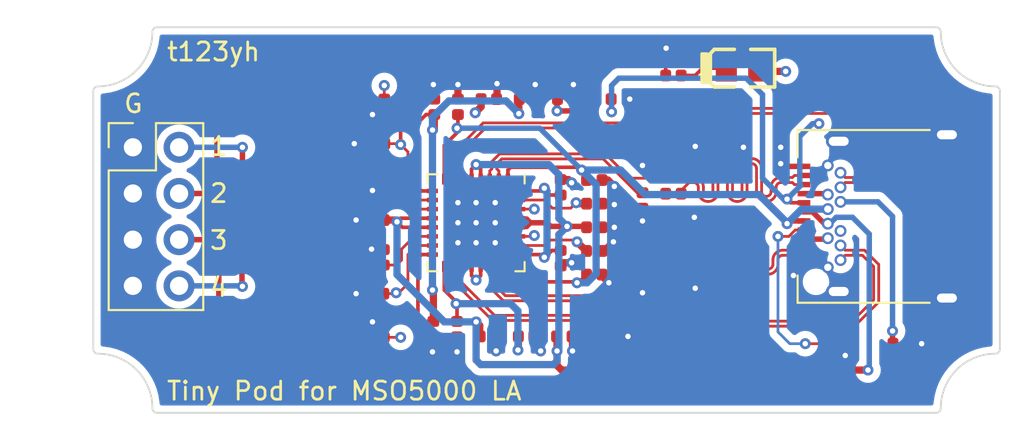
<source format=kicad_pcb>
(kicad_pcb (version 20210722) (generator pcbnew)
  (layers (0 "F.Cu" signal) (1 "In1.Cu" signal) (2 "In2.Cu" signal) (31 "B.Cu" signal) (34 "B.Paste" user) (35 "F.Paste" user) (36 "B.SilkS" user "B.Silkscreen") (37 "F.SilkS" user "F.Silkscreen") (38 "B.Mask" user) (39 "F.Mask" user) (44 "Edge.Cuts" user))
  (net 0 "")
  (net 1 "GND")
  (net 2 "Vdrive")
  (net 3 "-2V5")
  (net 4 "+2V5")
  (net 5 "+4V")
  (net 6 "Net-(C21-Pad1)")
  (net 7 "Net-(C21-Pad2)")
  (net 8 "Net-(C22-Pad1)")
  (net 9 "Net-(C22-Pad2)")
  (net 10 "Net-(C23-Pad1)")
  (net 11 "Net-(C23-Pad2)")
  (net 12 "Net-(C24-Pad1)")
  (net 13 "Net-(C24-Pad2)")
  (net 14 "/Out3+")
  (net 15 "/Out3-")
  (net 16 "/Out2-")
  (net 17 "/Out2+")
  (net 18 "/Out1+")
  (net 19 "/Out1-")
  (net 20 "/Out4-")
  (net 21 "/Out4+")
  (net 22 "IN1")
  (net 23 "Net-(R2-Pad2)")
  (net 24 "IN2")
  (net 25 "Net-(R10-Pad1)")
  (net 26 "IN3")
  (net 27 "Net-(R12-Pad1)")
  (net 28 "IN4")
  (net 29 "Net-(R15-Pad1)")
  (net 30 "/Q1+")
  (net 31 "/Q1-")
  (net 32 "/Q2+")
  (net 33 "/Q2-")
  (net 34 "/Q3+")
  (net 35 "/Q3-")
  (net 36 "/Q4+")
  (net 37 "/Q4-")
  (net 38 "Net-(R39-Pad1)")
  (net 39 "Net-(R40-Pad1)")
  (net 40 "Net-(R38-Pad1)")
  (net 41 "Net-(D1-Pad1)")
  (footprint "lc:0402_R" (layer "F.Cu") (at 200.075 119.7 -90)
    (fp_text reference "R17" hide)
    (fp_text value "100k")
  )
  (footprint "lc:0402_R" (layer "F.Cu") (at 219.5 111.4 -90)
    (fp_text reference "R23" hide)
    (fp_text value "200")
  )
  (footprint "Connector_USB:USB_C_Receptacle_Amphenol_12401548E4-2A" (layer "F.Cu") (at 233.4 117.45 90)
    (fp_text reference "P1" hide)
    (fp_text value "USB_C_Receptacle")
  )
  (footprint "lc:0402_R" (layer "F.Cu") (at 197.5 115.6 -90)
    (fp_text reference "R2" hide)
    (fp_text value "300")
  )
  (footprint "lc:0402_R" (layer "F.Cu") (at 230.25 124.45)
    (fp_text reference "R39" hide)
    (fp_text value "5.1k")
  )
  (footprint "lc:0402_C" (layer "F.Cu") (at 215.25 111 180)
    (fp_text reference "C1" hide)
    (fp_text value "100n")
  )
  (footprint "lc:0402_R" (layer "F.Cu") (at 201.375 123.675 -90)
    (fp_text reference "R12" hide)
    (fp_text value "510")
  )
  (footprint "lc:0402_C" (layer "F.Cu") (at 209.3 123.65 90)
    (fp_text reference "C13" hide)
    (fp_text value "1nF")
  )
  (footprint "lc:0402_C" (layer "F.Cu") (at 213.15 111 180)
    (fp_text reference "C16" hide)
    (fp_text value "1u")
  )
  (footprint "Connector_PinHeader_2.54mm:PinHeader_2x04_P2.54mm_Vertical" (layer "F.Cu") (at 191.475 113.65)
    (fp_text reference "J1" hide)
    (fp_text value "Conn_02x04_Odd_Even")
  )
  (footprint "lc:0402_R" (layer "F.Cu") (at 217.35 111 180)
    (fp_text reference "R40" hide)
    (fp_text value "200")
  )
  (footprint "lc:0402_R" (layer "F.Cu") (at 197.475 119.7 90)
    (fp_text reference "R5" hide)
    (fp_text value "300")
  )
  (footprint "lc:0402_C" (layer "F.Cu") (at 202.675 119.7 -90)
    (fp_text reference "C24" hide)
    (fp_text value "3.3p")
  )
  (footprint "lc:0402_R" (layer "F.Cu") (at 205.3 111.425 90)
    (fp_text reference "R19" hide)
    (fp_text value "10k")
  )
  (footprint "lc:0402_R" (layer "F.Cu") (at 198.8 115.6 90)
    (fp_text reference "R7" hide)
    (fp_text value "1M")
  )
  (footprint "lc:0402_R" (layer "F.Cu") (at 221.2 112.3)
    (fp_text reference "R30" hide)
    (fp_text value "49.9")
  )
  (footprint "lc:0402_C" (layer "F.Cu") (at 215.2 124.05 180)
    (fp_text reference "C6" hide)
    (fp_text value "1u")
  )
  (footprint "lc:0402_R" (layer "F.Cu") (at 221.2 117.5 180)
    (fp_text reference "R27" hide)
    (fp_text value "200")
  )
  (footprint "lc:0402_C" (layer "F.Cu") (at 204.875 117.65)
    (fp_text reference "C9" hide)
    (fp_text value "1nF")
  )
  (footprint "lc:0402_R" (layer "F.Cu") (at 198.775 119.7 -90)
    (fp_text reference "R16" hide)
    (fp_text value "1M")
  )
  (footprint "lc:0402_C" (layer "F.Cu") (at 211.05 111 180)
    (fp_text reference "C10" hide)
    (fp_text value "1nF")
  )
  (footprint "lc:0402_C" (layer "F.Cu") (at 204.85 121.7)
    (fp_text reference "C2" hide)
    (fp_text value "1nF")
  )
  (footprint "Package_DFN_QFN:WQFN-32-1EP_5x5mm_P0.5mm_EP3.1x3.1mm" (layer "F.Cu") (at 210.35 117.8 -90)
    (fp_text reference "U1" hide)
    (fp_text value "LMH7324")
  )
  (footprint "lc:0402_R" (layer "F.Cu") (at 219.5 123.6 90)
    (fp_text reference "R29" hide)
    (fp_text value "200")
  )
  (footprint "lc:0402_C" (layer "F.Cu") (at 202.675 123.675 -90)
    (fp_text reference "C23" hide)
    (fp_text value "3.3p")
  )
  (footprint "lc:0402_C" (layer "F.Cu") (at 216.85 120.65 180)
    (fp_text reference "C12" hide)
    (fp_text value "1nF")
  )
  (footprint "lc:0402_C" (layer "F.Cu") (at 215 119.75 90)
    (fp_text reference "C17" hide)
    (fp_text value "1nF")
  )
  (footprint "lc:0402_R" (layer "F.Cu") (at 221.2 116.2)
    (fp_text reference "R33" hide)
    (fp_text value "49.9")
  )
  (footprint "lc:0402_R" (layer "F.Cu") (at 198.8 111.425 90)
    (fp_text reference "R10" hide)
    (fp_text value "1M")
  )
  (footprint "lc:0402_R" (layer "F.Cu") (at 197.5 111.425 -90)
    (fp_text reference "R3" hide)
    (fp_text value "300")
  )
  (footprint "lc:0402_R" (layer "F.Cu") (at 233.7 124.45)
    (fp_text reference "R38" hide)
    (fp_text value "NC")
  )
  (footprint "lc:0402_R" (layer "F.Cu") (at 197.475 123.675 90)
    (fp_text reference "R4" hide)
    (fp_text value "300")
  )
  (footprint "lc:0402_C" (layer "F.Cu") (at 216.85 115.45 180)
    (fp_text reference "C14" hide)
    (fp_text value "1nF")
  )
  (footprint "lc:0402_C" (layer "F.Cu") (at 202.7 111.425 90)
    (fp_text reference "C22" hide)
    (fp_text value "3.3p")
  )
  (footprint "lc:0402_R" (layer "F.Cu") (at 221.2 109.7)
    (fp_text reference "R1" hide)
    (fp_text value "5.1k")
  )
  (footprint "lc:0402_R" (layer "F.Cu") (at 221.2 122.7)
    (fp_text reference "R36" hide)
    (fp_text value "49.9")
  )
  (footprint "lc:0402_R" (layer "F.Cu") (at 221.2 118.8)
    (fp_text reference "R35" hide)
    (fp_text value "49.9")
  )
  (footprint "lc:0402_R" (layer "F.Cu") (at 221.2 113.6 180)
    (fp_text reference "R24" hide)
    (fp_text value "200")
  )
  (footprint "lc:0402_C" (layer "F.Cu") (at 202.7 115.6 90)
    (fp_text reference "C21" hide)
    (fp_text value "3.3p")
  )
  (footprint "lc:0402_C" (layer "F.Cu") (at 204.9 113.45)
    (fp_text reference "C4" hide)
    (fp_text value "1nF")
  )
  (footprint "lc:0805_LED_S1_NUM" (layer "F.Cu") (at 225 109.3)
    (fp_text reference "D1" hide)
    (fp_text value "LED")
  )
  (footprint "lc:0402_R" (layer "F.Cu") (at 221.2 111)
    (fp_text reference "R31" hide)
    (fp_text value "49.9")
  )
  (footprint "lc:0402_C" (layer "F.Cu") (at 209.35 111.425 -90)
    (fp_text reference "C15" hide)
    (fp_text value "1nF")
  )
  (footprint "lc:0402_R" (layer "F.Cu") (at 201.4 115.6 90)
    (fp_text reference "R6" hide)
    (fp_text value "510")
  )
  (footprint "lc:0402_R" (layer "F.Cu") (at 200.075 123.675 -90)
    (fp_text reference "R14" hide)
    (fp_text value "100k")
  )
  (footprint "lc:0402_R" (layer "F.Cu") (at 201.375 119.7 -90)
    (fp_text reference "R15" hide)
    (fp_text value "510")
  )
  (footprint "lc:0402_C" (layer "F.Cu") (at 203.975 119.7 -90)
    (fp_text reference "C28" hide)
    (fp_text value "27p")
  )
  (footprint "lc:0402_C" (layer "F.Cu") (at 205.3 115.6 90)
    (fp_text reference "C25" hide)
    (fp_text value "27p")
  )
  (footprint "lc:0402_R" (layer "F.Cu") (at 204 115.6 90)
    (fp_text reference "R18" hide)
    (fp_text value "10k")
  )
  (footprint "lc:0402_R" (layer "F.Cu") (at 219.5 113.5 90)
    (fp_text reference "R22" hide)
    (fp_text value "200")
  )
  (footprint "lc:0402_C" (layer "F.Cu") (at 216.85 119.35 180)
    (fp_text reference "C3" hide)
    (fp_text value "1nF")
  )
  (footprint "lc:0402_C" (layer "F.Cu") (at 211 124.05 180)
    (fp_text reference "C7" hide)
    (fp_text value "1nF")
  )
  (footprint "lc:0402_R" (layer "F.Cu") (at 219.5 120.5 90)
    (fp_text reference "R26" hide)
    (fp_text value "200")
  )
  (footprint "lc:0402_R" (layer "F.Cu") (at 221.2 114.9)
    (fp_text reference "R32" hide)
    (fp_text value "49.9")
  )
  (footprint "lc:0402_R" (layer "F.Cu") (at 219.5 116.575 90)
    (fp_text reference "R25" hide)
    (fp_text value "200")
  )
  (footprint "lc:0402_R" (layer "F.Cu") (at 198.775 123.675 -90)
    (fp_text reference "R13" hide)
    (fp_text value "1M")
  )
  (footprint "lc:0402_C" (layer "F.Cu") (at 213.1 124.05 180)
    (fp_text reference "C11" hide)
    (fp_text value "1u")
  )
  (footprint "lc:0402_R" (layer "F.Cu") (at 200.1 111.425 90)
    (fp_text reference "R11" hide)
    (fp_text value "100k")
  )
  (footprint "lc:0402_C" (layer "F.Cu") (at 208 123.65 90)
    (fp_text reference "C18" hide)
    (fp_text value "1nF")
  )
  (footprint "lc:0402_C" (layer "F.Cu") (at 216.85 116.75 180)
    (fp_text reference "C5" hide)
    (fp_text value "1nF")
  )
  (footprint "lc:0402_R" (layer "F.Cu") (at 201.4 111.425 90)
    (fp_text reference "R9" hide)
    (fp_text value "510")
  )
  (footprint "lc:0402_R" (layer "F.Cu") (at 200.1 115.6 90)
    (fp_text reference "R8" hide)
    (fp_text value "100k")
  )
  (footprint "lc:0402_R" (layer "F.Cu") (at 205.275 123.675 -90)
    (fp_text reference "R20" hide)
    (fp_text value "10k")
  )
  (footprint "lc:0402_C" (layer "F.Cu") (at 215 115.85 -90)
    (fp_text reference "C20" hide)
    (fp_text value "1nF")
  )
  (footprint "lc:0402_R" (layer "F.Cu") (at 221.2 121.4 180)
    (fp_text reference "R28" hide)
    (fp_text value "200")
  )
  (footprint "lc:0402_C" (layer "F.Cu") (at 216.85 118.05 180)
    (fp_text reference "C8" hide)
    (fp_text value "1nF")
  )
  (footprint "lc:0402_R" (layer "F.Cu") (at 205.275 119.7 -90)
    (fp_text reference "R21" hide)
    (fp_text value "10k")
  )
  (footprint "lc:0402_C" (layer "F.Cu") (at 204 111.425 90)
    (fp_text reference "C26" hide)
    (fp_text value "27p")
  )
  (footprint "lc:0402_R" (layer "F.Cu") (at 221.2 124)
    (fp_text reference "R37" hide)
    (fp_text value "49.9")
  )
  (footprint "lc:0402_R" (layer "F.Cu") (at 221.2 120.1)
    (fp_text reference "R34" hide)
    (fp_text value "49.9")
  )
  (footprint "lc:0402_C" (layer "F.Cu") (at 203.975 123.675 -90)
    (fp_text reference "C27" hide)
    (fp_text value "27p")
  )
  (footprint "lc:0402_C" (layer "F.Cu") (at 208.05 111.425 -90)
    (fp_text reference "C19" hide)
    (fp_text value "1nF")
  )
  (gr_arc (start 189.55 128) (end 189.55 125) (angle 90) (layer "Edge.Cuts") (width 0.1))
  (gr_arc (start 238.9 128) (end 235.9 128) (angle 90) (layer "Edge.Cuts") (width 0.1))
  (gr_arc (start 189.55 124.75) (end 189.3 124.75) (angle -90) (layer "Edge.Cuts") (width 0.1))
  (gr_arc (start 189.55 107.3) (end 192.55 107.3) (angle 90) (layer "Edge.Cuts") (width 0.1))
  (gr_line (start 239.15 110.55) (end 239.15 124.75) (layer "Edge.Cuts") (width 0.1))
  (gr_arc (start 235.65 128) (end 235.65 128.25) (angle -90) (layer "Edge.Cuts") (width 0.1))
  (gr_arc (start 192.8 128) (end 192.55 128) (angle -90) (layer "Edge.Cuts") (width 0.1))
  (gr_arc (start 235.65 107.3) (end 235.9 107.3) (angle -90) (layer "Edge.Cuts") (width 0.1))
  (gr_line (start 192.8 107.05) (end 235.65 107.05) (layer "Edge.Cuts") (width 0.1))
  (gr_arc (start 238.9 107.3) (end 238.9 110.3) (angle 90) (layer "Edge.Cuts") (width 0.1))
  (gr_line (start 189.3 124.75) (end 189.3 110.55) (layer "Edge.Cuts") (width 0.1))
  (gr_arc (start 192.8 107.3) (end 192.8 107.05) (angle -90) (layer "Edge.Cuts") (width 0.1))
  (gr_arc (start 238.9 124.75) (end 238.9 125) (angle -90) (layer "Edge.Cuts") (width 0.1))
  (gr_arc (start 238.9 110.55) (end 239.15 110.55) (angle -90) (layer "Edge.Cuts") (width 0.1))
  (gr_line (start 235.65 128.25) (end 192.8 128.25) (layer "Edge.Cuts") (width 0.1))
  (gr_arc (start 189.55 110.55) (end 189.55 110.3) (angle -90) (layer "Edge.Cuts") (width 0.1))
  (gr_text "2" (at 196.2 116.183333) (layer "F.SilkS") (effects (font (size 1 1))))
  (gr_text "4" (at 196.2 121.35) (layer "F.SilkS") (effects (font (size 1 1))))
  (gr_text "G" (at 191.5 111.25) (layer "F.SilkS") (effects (font (size 1 1))))
  (gr_text "1" (at 196.2 113.6) (layer "F.SilkS") (effects (font (size 1 1))))
  (gr_text "3" (at 196.2 118.766666) (layer "F.SilkS") (effects (font (size 1 1))))
  (gr_text "Tiny Pod for MSO5000 LA" (at 203.1 127.05) (layer "F.SilkS") (effects (font (size 1 1))))
  (gr_text "t123yh" (at 195.909524 108.4) (layer "F.SilkS") (effects (font (size 1 1))))
  (segment (start 218.8 111) (end 219.475 111) (width 0.4) (layer "F.Cu") (net 1))
  (segment (start 218.7 124.05) (end 219.475 124.05) (width 0.4) (layer "F.Cu") (net 1))
  (segment (start 215.65 124.85) (end 215.65 124.075) (width 0.4) (layer "F.Cu") (net 1))
  (segment (start 228.38 114.7) (end 227.25 114.7) (width 0.3) (layer "F.Cu") (net 1))
  (segment (start 215.6 120) (end 215.175 120) (width 0.4) (layer "F.Cu") (net 1))
  (segment (start 219.5 117) (end 219.5 117.7) (width 0.4) (layer "F.Cu") (net 1))
  (segment (start 234.125 124.45) (end 234.85 124.45) (width 0.3) (layer "F.Cu") (net 1))
  (segment (start 213.575 110.225) (end 213.6 110.2) (width 0.4) (layer "F.Cu") (net 1))
  (segment (start 217.9 118.85) (end 217.4 119.35) (width 0.4) (layer "F.Cu") (net 1))
  (segment (start 230.675 124.45) (end 230.675 125.075) (width 0.3) (layer "F.Cu") (net 1))
  (segment (start 215.6 115.6) (end 215.425 115.425) (width 0.4) (layer "F.Cu") (net 1))
  (segment (start 217.6 115.45) (end 217.95 115.8) (width 0.4) (layer "F.Cu") (net 1))
  (segment (start 219.5 113.925) (end 219.5 114.65) (width 0.4) (layer "F.Cu") (net 1))
  (segment (start 211.45 124.85) (end 211.45 124.075) (width 0.4) (layer "F.Cu") (net 1))
  (segment (start 211.45 124.075) (end 211.425 124.05) (width 0.4) (layer "F.Cu") (net 1))
  (segment (start 217.275 115.45) (end 217.6 115.45) (width 0.4) (layer "F.Cu") (net 1))
  (segment (start 204.45 117.65) (end 203.75 117.65) (width 0.4) (layer "F.Cu") (net 1))
  (segment (start 203.975 123.25) (end 205.275 123.25) (width 0.4) (layer "F.Cu") (net 1))
  (segment (start 220.775 109.7) (end 220.775 108.225) (width 0.2) (layer "F.Cu") (net 1))
  (segment (start 227.8 120.7) (end 227.8 120.4) (width 0.3) (layer "F.Cu") (net 1))
  (segment (start 215.425 115.425) (end 215 115.425) (width 0.4) (layer "F.Cu") (net 1))
  (segment (start 219.475 124.05) (end 219.5 124.025) (width 0.4) (layer "F.Cu") (net 1))
  (segment (start 222.4 121.4) (end 221.625 121.4) (width 0.4) (layer "F.Cu") (net 1))
  (segment (start 204.425 121.7) (end 203.75 121.7) (width 0.4) (layer "F.Cu") (net 1))
  (segment (start 208.05 111) (end 208.05 110.25) (width 0.4) (layer "F.Cu") (net 1))
  (segment (start 217.275 120.725) (end 217.275 120.65) (width 0.4) (layer "F.Cu") (net 1))
  (segment (start 219.5 121.65) (end 219.5 120.925) (width 0.4) (layer "F.Cu") (net 1))
  (segment (start 227.25 114.7) (end 227.1 114.55) (width 0.3) (layer "F.Cu") (net 1))
  (segment (start 236.23 112.95) (end 236.24 112.96) (width 0.3) (layer "F.Cu") (net 1))
  (segment (start 213.575 111) (end 213.575 110.225) (width 0.4) (layer "F.Cu") (net 1))
  (segment (start 208.05 110.25) (end 208 110.2) (width 0.4) (layer "F.Cu") (net 1))
  (segment (start 217.65 121.1) (end 217.275 120.725) (width 0.4) (layer "F.Cu") (net 1))
  (segment (start 222.35 117.5) (end 221.625 117.5) (width 0.4) (layer "F.Cu") (net 1))
  (segment (start 215.675 110.225) (end 215.7 110.2) (width 0.4) (layer "F.Cu") (net 1))
  (segment (start 204 111.85) (end 205.3 111.85) (width 0.4) (layer "F.Cu") (net 1))
  (segment (start 203.975 119.275) (end 205.275 119.275) (width 0.4) (layer "F.Cu") (net 1))
  (segment (start 208 124.85) (end 207.95 124.9) (width 0.4) (layer "F.Cu") (net 1))
  (segment (start 208 124.075) (end 208 124.85) (width 0.4) (layer "F.Cu") (net 1))
  (segment (start 209.35 111) (end 209.35 110.2) (width 0.4) (layer "F.Cu") (net 1))
  (segment (start 211.5 110.975) (end 211.475 111) (width 0.4) (layer "F.Cu") (net 1))
  (segment (start 215.175 120) (end 215 120.175) (width 0.4) (layer "F.Cu") (net 1))
  (segment (start 215.65 124.075) (end 215.625 124.05) (width 0.4) (layer "F.Cu") (net 1))
  (segment (start 222.4 113.6) (end 221.625 113.6) (width 0.4) (layer "F.Cu") (net 1))
  (segment (start 217.325 116.8) (end 217.275 116.75) (width 0.4) (layer "F.Cu") (net 1))
  (segment (start 213.9 124.85) (end 213.9 124.425) (width 0.4) (layer "F.Cu") (net 1))
  (segment (start 217.95 116.8) (end 217.325 116.8) (width 0.4) (layer "F.Cu") (net 1))
  (segment (start 220.775 108.225) (end 220.8 108.2) (width 0.2) (layer "F.Cu") (net 1))
  (segment (start 204 116.025) (end 205.3 116.025) (width 0.4) (layer "F.Cu") (net 1))
  (segment (start 213.9 124.425) (end 213.525 124.05) (width 0.4) (layer "F.Cu") (net 1))
  (segment (start 219.475 111) (end 219.5 110.975) (width 0.4) (layer "F.Cu") (net 1))
  (segment (start 230.675 125.075) (end 230.65 125.1) (width 0.3) (layer "F.Cu") (net 1))
  (segment (start 204.475 113.45) (end 203.65 113.45) (width 0.4) (layer "F.Cu") (net 1))
  (segment (start 228 120.2) (end 228.38 120.2) (width 0.3) (layer "F.Cu") (net 1))
  (segment (start 211.5 110.15) (end 211.5 110.975) (width 0.4) (layer "F.Cu") (net 1))
  (segment (start 215.675 111) (end 215.675 110.225) (width 0.4) (layer "F.Cu") (net 1))
  (segment (start 227.8 120.4) (end 228 120.2) (width 0.3) (layer "F.Cu") (net 1))
  (segment (start 209.3 124.075) (end 209.3 124.9) (width 0.4) (layer "F.Cu") (net 1))
  (segment (start 217.95 118.05) (end 217.275 118.05) (width 0.4) (layer "F.Cu") (net 1))
  (segment (start 217.4 119.35) (end 217.275 119.35) (width 0.4) (layer "F.Cu") (net 1))
  (via (at 219.5 117.7) (size 0.6) (drill 0.3) (layers "F.Cu" "B.Cu") (net 1))
  (via (at 215.7 110.2) (size 0.6) (drill 0.3) (layers "F.Cu" "B.Cu") (net 1))
  (via (at 209.35 118.9) (size 0.6) (drill 0.3) (layers "F.Cu" "B.Cu") (net 1))
  (via (at 217.95 116.8) (size 0.6) (drill 0.3) (layers "F.Cu" "B.Cu") (net 1))
  (via (at 210.348514 116.694982) (size 0.6) (drill 0.3) (layers "F.Cu" "B.Cu") (net 1))
  (via (at 227.8 120.7) (size 0.6) (drill 0.3) (layers "F.Cu" "B.Cu") (net 1))
  (via (at 234.85 124.45) (size 0.6) (drill 0.3) (layers "F.Cu" "B.Cu") (net 1))
  (via (at 210.35 117.8) (size 0.6) (drill 0.3) (layers "F.Cu" "B.Cu") (net 1))
  (via (at 211.398514 116.694982) (size 0.6) (drill 0.3) (layers "F.Cu" "B.Cu") (net 1))
  (via (at 203.65 113.45) (size 0.6) (drill 0.3) (layers "F.Cu" "B.Cu") (net 1))
  (via (at 204.65 111.85) (size 0.6) (drill 0.3) (layers "F.Cu" "B.Cu") (net 1))
  (via (at 220.8 108.2) (size 0.6) (drill 0.3) (layers "F.Cu" "B.Cu") (net 1))
  (via (at 225.05 113.65) (size 0.6) (drill 0.3) (layers "F.Cu" "B.Cu") (net 1))
  (via (at 209.35 110.2) (size 0.6) (drill 0.3) (layers "F.Cu" "B.Cu") (net 1))
  (via (at 213.9 124.85) (size 0.6) (drill 0.3) (layers "F.Cu" "B.Cu") (net 1))
  (via (at 217.95 118.05) (size 0.6) (drill 0.3) (layers "F.Cu" "B.Cu") (net 1))
  (via (at 217.95 115.8) (size 0.6) (drill 0.3) (layers "F.Cu" "B.Cu") (net 1))
  (via (at 218.7 124.05) (size 0.6) (drill 0.3) (layers "F.Cu" "B.Cu") (net 1))
  (via (at 227.1 113.65) (size 0.6) (drill 0.3) (layers "F.Cu" "B.Cu") (net 1))
  (via (at 219.5 114.65) (size 0.6) (drill 0.3) (layers "F.Cu" "B.Cu") (net 1))
  (via (at 211.45 124.85) (size 0.6) (drill 0.3) (layers "F.Cu" "B.Cu") (net 1))
  (via (at 210.35 118.9) (size 0.6) (drill 0.3) (layers "F.Cu" "B.Cu") (net 1))
  (via (at 208 110.2) (size 0.6) (drill 0.3) (layers "F.Cu" "B.Cu") (net 1))
  (via (at 204.65 123.25) (size 0.6) (drill 0.3) (layers "F.Cu" "B.Cu") (net 1))
  (via (at 222.4 121.4) (size 0.6) (drill 0.3) (layers "F.Cu" "B.Cu") (net 1))
  (via (at 211.4 117.8) (size 0.6) (drill 0.3) (layers "F.Cu" "B.Cu") (net 1))
  (via (at 215.6 115.6) (size 0.6) (drill 0.3) (layers "F.Cu" "B.Cu") (net 1))
  (via (at 219.5 121.65) (size 0.6) (drill 0.3) (layers "F.Cu" "B.Cu") (net 1))
  (via (at 209.3 124.9) (size 0.6) (drill 0.3) (layers "F.Cu" "B.Cu") (net 1))
  (via (at 230.65 125.1) (size 0.6) (drill 0.3) (layers "F.Cu" "B.Cu") (net 1))
  (via (at 204.65 116.025) (size 0.6) (drill 0.3) (layers "F.Cu" "B.Cu") (net 1))
  (via (at 211.5 110.15) (size 0.6) (drill 0.3) (layers "F.Cu" "B.Cu") (net 1))
  (via (at 218.8 111) (size 0.6) (drill 0.3) (layers "F.Cu" "B.Cu") (net 1))
  (via (at 213.6 110.2) (size 0.6) (drill 0.3) (layers "F.Cu" "B.Cu") (net 1))
  (via (at 209.35 117.8) (size 0.6) (drill 0.3) (layers "F.Cu" "B.Cu") (net 1))
  (via (at 217.65 121.1) (size 0.6) (drill 0.3) (layers "F.Cu" "B.Cu") (net 1))
  (via (at 227.1 114.55) (size 0.6) (drill 0.3) (layers "F.Cu" "B.Cu") (net 1))
  (via (at 209.348514 116.694982) (size 0.6) (drill 0.3) (layers "F.Cu" "B.Cu") (net 1))
  (via (at 203.75 117.65) (size 0.6) (drill 0.3) (layers "F.Cu" "B.Cu") (net 1))
  (via (at 215.6 120) (size 0.6) (drill 0.3) (layers "F.Cu" "B.Cu") (net 1))
  (via (at 207.95 124.9) (size 0.6) (drill 0.3) (layers "F.Cu" "B.Cu") (net 1))
  (via (at 203.75 121.7) (size 0.6) (drill 0.3) (layers "F.Cu" "B.Cu") (net 1))
  (via (at 222.35 117.5) (size 0.6) (drill 0.3) (layers "F.Cu" "B.Cu") (net 1))
  (via (at 217.9 118.85) (size 0.6) (drill 0.3) (layers "F.Cu" "B.Cu") (net 1))
  (via (at 215.65 124.85) (size 0.6) (drill 0.3) (layers "F.Cu" "B.Cu") (net 1))
  (via (at 204.6 119.25) (size 0.6) (drill 0.3) (layers "F.Cu" "B.Cu") (net 1))
  (via (at 222.4 113.6) (size 0.6) (drill 0.3) (layers "F.Cu" "B.Cu") (net 1))
  (via (at 211.4 118.9) (size 0.6) (drill 0.3) (layers "F.Cu" "B.Cu") (net 1))
  (segment (start 214.55 117) (end 214.1 116.55) (width 0.15) (layer "F.Cu") (net 2))
  (segment (start 212.75 119.05) (end 214.141743 119.05) (width 0.15) (layer "F.Cu") (net 2))
  (segment (start 206.2 110.05) (end 206.75 109.5) (width 0.2) (layer "F.Cu") (net 2))
  (segment (start 207.1 116.55) (end 207.95 116.55) (width 0.15) (layer "F.Cu") (net 2))
  (segment (start 206.2 113.5) (end 206.6 113.9) (width 0.15) (layer "F.Cu") (net 2))
  (segment (start 207.95 119.05) (end 207.1 119.05) (width 0.15) (layer "F.Cu") (net 2))
  (segment (start 206.05 121.7) (end 205.275 121.7) (width 0.15) (layer "F.Cu") (net 2))
  (segment (start 206.15 113.45) (end 205.325 113.45) (width 0.15) (layer "F.Cu") (net 2))
  (segment (start 214.825 109.875) (end 214.825 111) (width 0.2) (layer "F.Cu") (net 2))
  (segment (start 216.425 119.35) (end 216.4 119.35) (width 0.4) (layer "F.Cu") (net 2))
  (segment (start 206.2 113.5) (end 206.15 113.45) (width 0.15) (layer "F.Cu") (net 2))
  (segment (start 206.2 113.5) (end 206.2 110.05) (width 0.2) (layer "F.Cu") (net 2))
  (segment (start 214.141743 119.05) (end 214.441743 118.75) (width 0.15) (layer "F.Cu") (net 2))
  (segment (start 214.45 109.5) (end 214.825 109.875) (width 0.2) (layer "F.Cu") (net 2))
  (segment (start 214.1 116.55) (end 212.75 116.55) (width 0.15) (layer "F.Cu") (net 2))
  (segment (start 207.1 119.05) (end 206.6 119.55) (width 0.15) (layer "F.Cu") (net 2))
  (segment (start 214.8 111.65) (end 214.8 111.025) (width 0.3) (layer "F.Cu") (net 2))
  (segment (start 215.8 116.75) (end 215.55 117) (width 0.15) (layer "F.Cu") (net 2))
  (segment (start 216.925 111) (end 216.275 111.65) (width 0.3) (layer "F.Cu") (net 2))
  (segment (start 215.55 117) (end 214.55 117) (width 0.15) (layer "F.Cu") (net 2))
  (segment (start 206.6 119.55) (end 206.6 121.15) (width 0.15) (layer "F.Cu") (net 2))
  (segment (start 206.6 116.05) (end 207.1 116.55) (width 0.15) (layer "F.Cu") (net 2))
  (segment (start 215.8 116.75) (end 215.85 116.7) (width 0.4) (layer "F.Cu") (net 2))
  (segment (start 214.8 111.025) (end 214.825 111) (width 0.3) (layer "F.Cu") (net 2))
  (segment (start 214.441743 118.75) (end 215.825 118.75) (width 0.15) (layer "F.Cu") (net 2))
  (segment (start 216.4 119.35) (end 215.9 118.85) (width 0.4) (layer "F.Cu") (net 2))
  (segment (start 206.6 113.9) (end 206.6 116.05) (width 0.15) (layer "F.Cu") (net 2))
  (segment (start 216.275 111.65) (end 214.8 111.65) (width 0.3) (layer "F.Cu") (net 2))
  (segment (start 206.6 121.15) (end 206.05 121.7) (width 0.15) (layer "F.Cu") (net 2))
  (segment (start 206.75 109.5) (end 214.45 109.5) (width 0.2) (layer "F.Cu") (net 2))
  (segment (start 216.425 116.75) (end 215.8 116.75) (width 0.4) (layer "F.Cu") (net 2))
  (via (at 215.85 116.7) (size 0.6) (drill 0.3) (layers "F.Cu" "B.Cu") (net 2))
  (via (at 214.8 111.65) (size 0.6) (drill 0.3) (layers "F.Cu" "B.Cu") (net 2))
  (via (at 205.95 121.65) (size 0.6) (drill 0.3) (layers "F.Cu" "B.Cu") (net 2))
  (via (at 215.9 118.85) (size 0.6) (drill 0.3) (layers "F.Cu" "B.Cu") (net 2))
  (via (at 206.2 113.5) (size 0.6) (drill 0.3) (layers "F.Cu" "B.Cu") (net 2))
  (segment (start 210.6 120.2) (end 210.6 120.7) (width 0.2) (layer "F.Cu") (net 3))
  (segment (start 206 117.75) (end 206.3 118.05) (width 0.2) (layer "F.Cu") (net 3))
  (segment (start 210.3 111.75) (end 210.625 111.425) (width 0.4) (layer "F.Cu") (net 3))
  (segment (start 213.15 117.55) (end 213.4 117.8) (width 0.2) (layer "F.Cu") (net 3))
  (segment (start 213.15 118.05) (end 213.4 117.8) (width 0.2) (layer "F.Cu") (net 3))
  (segment (start 228.85 117.2) (end 229.5 117.85) (width 0.3) (layer "F.Cu") (net 3))
  (segment (start 214.8 124.075) (end 214.775 124.05) (width 0.4) (layer "F.Cu") (net 3))
  (segment (start 210.35 123.25) (end 210.55 123.45) (width 0.4) (layer "F.Cu") (net 3))
  (segment (start 210.55 124.025) (end 210.575 124.05) (width 0.4) (layer "F.Cu") (net 3))
  (segment (start 206.3 118.05) (end 207.95 118.05) (width 0.2) (layer "F.Cu") (net 3))
  (segment (start 214.8 124.85) (end 214.8 125.65) (width 0.4) (layer "F.Cu") (net 3))
  (segment (start 210.1 120.7) (end 210.35 120.95) (width 0.2) (layer "F.Cu") (net 3))
  (segment (start 212.75 117.55) (end 213.15 117.55) (width 0.2) (layer "F.Cu") (net 3))
  (segment (start 210.55 123.45) (end 210.55 124.025) (width 0.4) (layer "F.Cu") (net 3))
  (segment (start 206.2 117.55) (end 206 117.75) (width 0.2) (layer "F.Cu") (net 3))
  (segment (start 212.75 118.05) (end 213.15 118.05) (width 0.2) (layer "F.Cu") (net 3))
  (segment (start 210.1 114.85) (end 210.35 114.6) (width 0.2) (layer "F.Cu") (net 3))
  (segment (start 210.6 114.85) (end 210.35 114.6) (width 0.2) (layer "F.Cu") (net 3))
  (segment (start 210.1 115.4) (end 210.1 114.85) (width 0.2) (layer "F.Cu") (net 3))
  (segment (start 207.95 117.55) (end 206.2 117.55) (width 0.2) (layer "F.Cu") (net 3))
  (segment (start 214.8 124.85) (end 214.8 124.075) (width 0.4) (layer "F.Cu") (net 3))
  (segment (start 229.5 117.85) (end 229.69 117.85) (width 0.3) (layer "F.Cu") (net 3))
  (segment (start 210.6 115.4) (end 210.6 114.85) (width 0.2) (layer "F.Cu") (net 3))
  (segment (start 214.25 117.8) (end 214.45 118) (width 0.3) (layer "F.Cu") (net 3))
  (segment (start 210.1 120.2) (end 210.1 120.7) (width 0.2) (layer "F.Cu") (net 3))
  (segment (start 205.9 117.65) (end 205.3 117.65) (width 0.4) (layer "F.Cu") (net 3))
  (segment (start 210.6 120.7) (end 210.35 120.95) (width 0.2) (layer "F.Cu") (net 3))
  (segment (start 228.38 117.2) (end 228.85 117.2) (width 0.3) (layer "F.Cu") (net 3))
  (segment (start 216.375 118) (end 216.425 118.05) (width 0.3) (layer "F.Cu") (net 3))
  (segment (start 206 117.75) (end 205.9 117.65) (width 0.4) (layer "F.Cu") (net 3))
  (segment (start 214.8 125.65) (end 215.05 125.9) (width 0.4) (layer "F.Cu") (net 3))
  (segment (start 213.4 117.8) (end 214.25 117.8) (width 0.3) (layer "F.Cu") (net 3))
  (segment (start 215.05 125.9) (end 231.9 125.9) (width 0.4) (layer "F.Cu") (net 3))
  (segment (start 210.625 111.425) (end 210.625 111) (width 0.4) (layer "F.Cu") (net 3))
  (segment (start 214.45 118) (end 216.375 118) (width 0.3) (layer "F.Cu") (net 3))
  (via (at 210.35 114.6) (size 0.6) (drill 0.3) (layers "F.Cu" "B.Cu") (net 3))
  (via (at 210.35 120.95) (size 0.6) (drill 0.3) (layers "F.Cu" "B.Cu") (net 3))
  (via (at 231.9 125.9) (size 0.6) (drill 0.3) (layers "F.Cu" "B.Cu") (net 3))
  (via (at 210.3 111.75) (size 0.6) (drill 0.3) (layers "F.Cu" "B.Cu") (net 3))
  (via (at 214.8 124.85) (size 0.6) (drill 0.3) (layers "F.Cu" "B.Cu") (net 3))
  (via (at 210.35 123.25) (size 0.6) (drill 0.3) (layers "F.Cu" "B.Cu") (net 3))
  (via (at 206 117.75) (size 0.6) (drill 0.3) (layers "F.Cu" "B.Cu") (net 3))
  (via (at 215.35 118) (size 0.6) (drill 0.3) (layers "F.Cu" "B.Cu") (net 3))
  (segment (start 208.6 123.25) (end 210.35 123.25) (width 0.4) (layer "B.Cu") (net 3))
  (segment (start 231.969511 125.830489) (end 231.969511 118.419511) (width 0.3) (layer "B.Cu") (net 3))
  (segment (start 214.35 114.6) (end 210.35 114.6) (width 0.4) (layer "B.Cu") (net 3))
  (segment (start 231.05 117.5) (end 230.151477 117.5) (width 0.3) (layer "B.Cu") (net 3))
  (segment (start 206 117.75) (end 206 120.65) (width 0.4) (layer "B.Cu") (net 3))
  (segment (start 210.35 123.25) (end 210.35 125.35) (width 0.4) (layer "B.Cu") (net 3))
  (segment (start 214.8 125.4) (end 214.8 124.85) (width 0.4) (layer "B.Cu") (net 3))
  (segment (start 231.969511 118.419511) (end 231.05 117.5) (width 0.3) (layer "B.Cu") (net 3))
  (segment (start 229.801477 117.85) (end 229.69 117.85) (width 0.3) (layer "B.Cu") (net 3))
  (segment (start 210.35 125.35) (end 210.6 125.6) (width 0.4) (layer "B.Cu") (net 3))
  (segment (start 214.9 115.15) (end 214.35 114.6) (width 0.4) (layer "B.Cu") (net 3))
  (segment (start 214.9 118.45) (end 214.9 124.75) (width 0.4) (layer "B.Cu") (net 3))
  (segment (start 210.6 125.6) (end 214.6 125.6) (width 0.4) (layer "B.Cu") (net 3))
  (segment (start 214.9 124.75) (end 214.8 124.85) (width 0.4) (layer "B.Cu") (net 3))
  (segment (start 230.151477 117.5) (end 229.801477 117.85) (width 0.3) (layer "B.Cu") (net 3))
  (segment (start 215.35 118) (end 214.9 118.45) (width 0.4) (layer "B.Cu") (net 3))
  (segment (start 231.9 125.9) (end 231.969511 125.830489) (width 0.3) (layer "B.Cu") (net 3))
  (segment (start 214.9 117.55) (end 214.9 115.15) (width 0.4) (layer "B.Cu") (net 3))
  (segment (start 215.35 118) (end 214.9 117.55) (width 0.4) (layer "B.Cu") (net 3))
  (segment (start 206 120.65) (end 208.6 123.25) (width 0.4) (layer "B.Cu") (net 3))
  (segment (start 214.6 125.6) (end 214.8 125.4) (width 0.4) (layer "B.Cu") (net 3))
  (segment (start 212.675 124.775) (end 212.65 124.8) (width 0.4) (layer "F.Cu") (net 4))
  (segment (start 216.425 115.45) (end 216.425 115.175) (width 0.3) (layer "F.Cu") (net 4))
  (segment (start 212.1 120.2) (end 212.1 120.75) (width 0.2) (layer "F.Cu") (net 4))
  (segment (start 216.025 121.05) (end 216.425 120.65) (width 0.2) (layer "F.Cu") (net 4))
  (segment (start 216 114.75) (end 216.15 114.9) (width 0.2) (layer "F.Cu") (net 4))
  (segment (start 209.35 112.8) (end 209.35 111.85) (width 0.2) (layer "F.Cu") (net 4))
  (segment (start 208.6 120.2) (end 208.6 121.5) (width 0.2) (layer "F.Cu") (net 4))
  (segment (start 212.1 115.4) (end 212.1 114.9) (width 0.2) (layer "F.Cu") (net 4))
  (segment (start 209.3 122.2) (end 209.3 123.225) (width 0.2) (layer "F.Cu") (net 4))
  (segment (start 227.6 117.7) (end 228.38 117.7) (width 0.3) (layer "F.Cu") (net 4))
  (segment (start 216.425 115.175) (end 216.15 114.9) (width 0.3) (layer "F.Cu") (net 4))
  (segment (start 227.45 117.85) (end 227.6 117.7) (width 0.3) (layer "F.Cu") (net 4))
  (segment (start 212.675 124.05) (end 212.675 124.775) (width 0.4) (layer "F.Cu") (net 4))
  (segment (start 212.4 121.05) (end 216.025 121.05) (width 0.2) (layer "F.Cu") (net 4))
  (segment (start 212.1 120.75) (end 212.4 121.05) (width 0.2) (layer "F.Cu") (net 4))
  (segment (start 208.6 115.4) (end 208.6 113.55) (width 0.2) (layer "F.Cu") (net 4))
  (segment (start 212.1 114.9) (end 212.25 114.75) (width 0.2) (layer "F.Cu") (net 4))
  (segment (start 208.6 121.5) (end 209.3 122.2) (width 0.2) (layer "F.Cu") (net 4))
  (segment (start 215.95 121.05) (end 215.9 121.1) (width 0.2) (layer "F.Cu") (net 4))
  (segment (start 208.6 113.55) (end 209.35 112.8) (width 0.2) (layer "F.Cu") (net 4))
  (segment (start 212.25 114.75) (end 216 114.75) (width 0.2) (layer "F.Cu") (net 4))
  (segment (start 216.025 121.05) (end 215.95 121.05) (width 0.2) (layer "F.Cu") (net 4))
  (via (at 215.9 121.1) (size 0.6) (drill 0.3) (layers "F.Cu" "B.Cu") (net 4))
  (via (at 216.15 114.9) (size 0.6) (drill 0.3) (layers "F.Cu" "B.Cu") (net 4))
  (via (at 209.3 112.6) (size 0.6) (drill 0.3) (layers "F.Cu" "B.Cu") (net 4))
  (via (at 212.65 124.8) (size 0.6) (drill 0.3) (layers "F.Cu" "B.Cu") (net 4))
  (via (at 227.45 117.85) (size 0.6) (drill 0.3) (layers "F.Cu" "B.Cu") (net 4))
  (via (at 209.25 122.25) (size 0.6) (drill 0.3) (layers "F.Cu" "B.Cu") (net 4))
  (segment (start 215.9 121.1) (end 216.45 121.1) (width 0.4) (layer "B.Cu") (net 4))
  (segment (start 218.3 114.9) (end 216.15 114.9) (width 0.4) (layer "B.Cu") (net 4))
  (segment (start 225.9 116.25) (end 219.65 116.25) (width 0.4) (layer "B.Cu") (net 4))
  (segment (start 219.65 116.25) (end 218.3 114.9) (width 0.4) (layer "B.Cu") (net 4))
  (segment (start 216.95 120.6) (end 216.95 115.7) (width 0.4) (layer "B.Cu") (net 4))
  (segment (start 228.25 117.05) (end 229.69 117.05) (width 0.4) (layer "B.Cu") (net 4))
  (segment (start 216.95 115.7) (end 216.15 114.9) (width 0.4) (layer "B.Cu") (net 4))
  (segment (start 216.15 114.9) (end 213.85 112.6) (width 0.3) (layer "B.Cu") (net 4))
  (segment (start 227.45 117.85) (end 227.45 117.8) (width 0.4) (layer "B.Cu") (net 4))
  (segment (start 209.25 122.25) (end 212.25 122.25) (width 0.4) (layer "B.Cu") (net 4))
  (segment (start 212.25 122.25) (end 212.65 122.65) (width 0.4) (layer "B.Cu") (net 4))
  (segment (start 216.45 121.1) (end 216.95 120.6) (width 0.4) (layer "B.Cu") (net 4))
  (segment (start 213.85 112.6) (end 209.3 112.6) (width 0.3) (layer "B.Cu") (net 4))
  (segment (start 227.45 117.85) (end 228.25 117.05) (width 0.4) (layer "B.Cu") (net 4))
  (segment (start 227.45 117.8) (end 225.9 116.25) (width 0.4) (layer "B.Cu") (net 4))
  (segment (start 212.65 122.65) (end 212.65 124.8) (width 0.4) (layer "B.Cu") (net 4))
  (segment (start 214.3 119.55) (end 212.75 119.55) (width 0.2) (layer "F.Cu") (net 5))
  (segment (start 214.15 116.05) (end 214.375 116.275) (width 0.2) (layer "F.Cu") (net 5))
  (segment (start 208 121.55) (end 207.95 121.5) (width 0.4) (layer "F.Cu") (net 5))
  (segment (start 228.38 118.7) (end 229.64 118.7) (width 0.3) (layer "F.Cu") (net 5))
  (segment (start 228.38 116.2) (end 229.64 116.2) (width 0.3) (layer "F.Cu") (net 5))
  (segment (start 229.64 116.2) (end 229.69 116.25) (width 0.3) (layer "F.Cu") (net 5))
  (segment (start 207.95 112.7) (end 208.05 112.6) (width 0.4) (layer "F.Cu") (net 5))
  (segment (start 214.525 119.325) (end 214.3 119.55) (width 0.2) (layer "F.Cu") (net 5))
  (segment (start 227.375 109.475) (end 226.065 109.475) (width 0.4) (layer "F.Cu") (net 5))
  (segment (start 207.6 111.85) (end 208.05 111.85) (width 0.2) (layer "F.Cu") (net 5))
  (segment (start 212.75 116.05) (end 214.15 116.05) (width 0.2) (layer "F.Cu") (net 5))
  (segment (start 229.64 118.7) (end 229.69 118.65) (width 0.3) (layer "F.Cu") (net 5))
  (segment (start 214.375 116.275) (end 215 116.275) (width 0.2) (layer "F.Cu") (net 5))
  (segment (start 226.065 109.475) (end 225.89 109.3) (width 0.4) (layer "F.Cu") (net 5))
  (segment (start 208.05 112.6) (end 208.05 111.85) (width 0.4) (layer "F.Cu") (net 5))
  (segment (start 207.1 115.8) (end 207.1 112.35) (width 0.2) (layer "F.Cu") (net 5))
  (segment (start 207.35 116.05) (end 207.1 115.8) (width 0.2) (layer "F.Cu") (net 5))
  (segment (start 212.7 111.8) (end 212.7 111.025) (width 0.4) (layer "F.Cu") (net 5))
  (segment (start 207.35 119.55) (end 207.15 119.75) (width 0.2) (layer "F.Cu") (net 5))
  (segment (start 215 119.325) (end 214.525 119.325) (width 0.2) (layer "F.Cu") (net 5))
  (segment (start 207.15 122.95) (end 207.425 123.225) (width 0.2) (layer "F.Cu") (net 5))
  (segment (start 207.1 112.35) (end 207.6 111.85) (width 0.2) (layer "F.Cu") (net 5))
  (segment (start 207.95 116.05) (end 207.35 116.05) (width 0.2) (layer "F.Cu") (net 5))
  (segment (start 208 123.225) (end 208 121.55) (width 0.4) (layer "F.Cu") (net 5))
  (segment (start 207.15 119.75) (end 207.15 122.95) (width 0.2) (layer "F.Cu") (net 5))
  (segment (start 207.95 119.55) (end 207.35 119.55) (width 0.2) (layer "F.Cu") (net 5))
  (segment (start 207.425 123.225) (end 208 123.225) (width 0.2) (layer "F.Cu") (net 5))
  (segment (start 212.7 111.025) (end 212.725 111) (width 0.4) (layer "F.Cu") (net 5))
  (via (at 212.7 111.8) (size 0.6) (drill 0.3) (layers "F.Cu" "B.Cu") (net 5))
  (via (at 207.95 112.7) (size 0.6) (drill 0.3) (layers "F.Cu" "B.Cu") (net 5))
  (via (at 227.375 109.475) (size 0.6) (drill 0.3) (layers "F.Cu" "B.Cu") (net 5))
  (via (at 214.1 119.7) (size 0.6) (drill 0.3) (layers "F.Cu" "B.Cu") (net 5))
  (via (at 214.1 115.9) (size 0.6) (drill 0.3) (layers "F.Cu" "B.Cu") (net 5))
  (via (at 207.95 121.5) (size 0.6) (drill 0.3) (layers "F.Cu" "B.Cu") (net 5))
  (segment (start 214.25 119.55) (end 214.1 119.7) (width 0.4) (layer "B.Cu") (net 5))
  (segment (start 208.85 111.1) (end 212 111.1) (width 0.4) (layer "B.Cu") (net 5))
  (segment (start 207.95 112.7) (end 207.95 112) (width 0.4) (layer "B.Cu") (net 5))
  (segment (start 207.95 112) (end 208.85 111.1) (width 0.4) (layer "B.Cu") (net 5))
  (segment (start 214.25 116.05) (end 214.25 119.55) (width 0.4) (layer "B.Cu") (net 5))
  (segment (start 207.95 112.7) (end 207.95 121.5) (width 0.4) (layer "B.Cu") (net 5))
  (segment (start 212 111.1) (end 212.7 111.8) (width 0.4) (layer "B.Cu") (net 5))
  (segment (start 214.1 115.9) (end 214.25 116.05) (width 0.4) (layer "B.Cu") (net 5))
  (segment (start 202.7 116.025) (end 202.425 116.025) (width 0.15) (layer "F.Cu") (net 6))
  (segment (start 202.425 116.025) (end 201.575 115.175) (width 0.15) (layer "F.Cu") (net 6))
  (segment (start 201.575 115.175) (end 201.4 115.175) (width 0.15) (layer "F.Cu") (net 6))
  (segment (start 202.7 115.175) (end 205.3 115.175) (width 0.15) (layer "F.Cu") (net 7))
  (segment (start 200.1 115.175) (end 200.125 115.175) (width 0.15) (layer "F.Cu") (net 7))
  (segment (start 205.975 115.175) (end 205.3 115.175) (width 0.15) (layer "F.Cu") (net 7))
  (segment (start 200.75 114.55) (end 202.075 114.55) (width 0.15) (layer "F.Cu") (net 7))
  (segment (start 206.2 116.4) (end 206.2 115.4) (width 0.15) (layer "F.Cu") (net 7))
  (segment (start 206.85 117.05) (end 206.2 116.4) (width 0.15) (layer "F.Cu") (net 7))
  (segment (start 207.95 117.05) (end 206.85 117.05) (width 0.15) (layer "F.Cu") (net 7))
  (segment (start 202.075 114.55) (end 202.7 115.175) (width 0.15) (layer "F.Cu") (net 7))
  (segment (start 198.8 115.175) (end 200.1 115.175) (width 0.15) (layer "F.Cu") (net 7))
  (segment (start 200.125 115.175) (end 200.75 114.55) (width 0.15) (layer "F.Cu") (net 7))
  (segment (start 206.2 115.4) (end 205.975 115.175) (width 0.15) (layer "F.Cu") (net 7))
  (segment (start 202.45 111.85) (end 202.7 111.85) (width 0.15) (layer "F.Cu") (net 8))
  (segment (start 201.4 111) (end 201.6 111) (width 0.15) (layer "F.Cu") (net 8))
  (segment (start 201.6 111) (end 202.45 111.85) (width 0.15) (layer "F.Cu") (net 8))
  (segment (start 202.7 111) (end 205.3 111) (width 0.15) (layer "F.Cu") (net 9))
  (segment (start 200.1 111) (end 200.75 110.35) (width 0.15) (layer "F.Cu") (net 9))
  (segment (start 200.75 110.35) (end 202.05 110.35) (width 0.15) (layer "F.Cu") (net 9))
  (segment (start 198.8 111) (end 200.1 111) (width 0.15) (layer "F.Cu") (net 9))
  (segment (start 213.55 117.05) (end 212.75 117.05) (width 0.15) (layer "F.Cu") (net 9))
  (segment (start 202.05 110.35) (end 202.7 111) (width 0.15) (layer "F.Cu") (net 9))
  (segment (start 205.3 110.25) (end 205.3 111) (width 0.15) (layer "F.Cu") (net 9))
  (via (at 213.55 117.05) (size 0.6) (drill 0.3) (layers "F.Cu" "B.Cu") (net 9))
  (via (at 205.3 110.25) (size 0.6) (drill 0.3) (layers "F.Cu" "B.Cu") (net 9))
  (segment (start 202.45 123.25) (end 202.675 123.25) (width 0.15) (layer "F.Cu") (net 10))
  (segment (start 201.375 124.1) (end 201.6 124.1) (width 0.15) (layer "F.Cu") (net 10))
  (segment (start 201.6 124.1) (end 202.45 123.25) (width 0.15) (layer "F.Cu") (net 10))
  (segment (start 202.675 124.1) (end 202.675 124.125) (width 0.15) (layer "F.Cu") (net 11))
  (segment (start 213.5 118.55) (end 212.75 118.55) (width 0.15) (layer "F.Cu") (net 11))
  (segment (start 205.275 124.1) (end 202.675 124.1) (width 0.15) (layer "F.Cu") (net 11))
  (segment (start 213.55 118.5) (end 213.5 118.55) (width 0.15) (layer "F.Cu") (net 11))
  (segment (start 202.675 124.125) (end 202.125 124.675) (width 0.15) (layer "F.Cu") (net 11))
  (segment (start 202.125 124.675) (end 200.65 124.675) (width 0.15) (layer "F.Cu") (net 11))
  (segment (start 206.2 124.1) (end 205.275 124.1) (width 0.15) (layer "F.Cu") (net 11))
  (segment (start 200.075 124.1) (end 198.775 124.1) (width 0.15) (layer "F.Cu") (net 11))
  (segment (start 200.65 124.675) (end 200.075 124.1) (width 0.15) (layer "F.Cu") (net 11))
  (via (at 213.55 118.5) (size 0.6) (drill 0.3) (layers "F.Cu" "B.Cu") (net 11))
  (via (at 206.2 124.1) (size 0.6) (drill 0.3) (layers "F.Cu" "B.Cu") (net 11))
  (segment (start 202.45 119.275) (end 201.6 120.125) (width 0.15) (layer "F.Cu") (net 12))
  (segment (start 201.375 120.125) (end 201.4 120.15) (width 0.15) (layer "F.Cu") (net 12))
  (segment (start 202.675 119.275) (end 202.45 119.275) (width 0.15) (layer "F.Cu") (net 12))
  (segment (start 201.6 120.125) (end 201.375 120.125) (width 0.15) (layer "F.Cu") (net 12))
  (segment (start 206.25 119.85) (end 206.25 119.25) (width 0.15) (layer "F.Cu") (net 13))
  (segment (start 205.275 120.125) (end 205.975 120.125) (width 0.15) (layer "F.Cu") (net 13))
  (segment (start 205.975 120.125) (end 206.25 119.85) (width 0.15) (layer "F.Cu") (net 13))
  (segment (start 201.9 120.9) (end 202.675 120.125) (width 0.15) (layer "F.Cu") (net 13))
  (segment (start 200.85 120.9) (end 201.9 120.9) (width 0.15) (layer "F.Cu") (net 13))
  (segment (start 200.075 120.125) (end 200.85 120.9) (width 0.15) (layer "F.Cu") (net 13))
  (segment (start 206.25 119.25) (end 206.95 118.55) (width 0.15) (layer "F.Cu") (net 13))
  (segment (start 202.675 120.125) (end 205.275 120.125) (width 0.15) (layer "F.Cu") (net 13))
  (segment (start 198.775 120.125) (end 200.075 120.125) (width 0.15) (layer "F.Cu") (net 13))
  (segment (start 206.95 118.55) (end 207.95 118.55) (width 0.15) (layer "F.Cu") (net 13))
  (segment (start 223.75 120.0897) (end 223.75 119.85) (width 0.1524) (layer "F.Cu") (net 14))
  (segment (start 222.1353 119.5897) (end 222.4103 119.5897) (width 0.1524) (layer "F.Cu") (net 14))
  (segment (start 227.744699 119.5897) (end 227.854999 119.7) (width 0.1524) (layer "F.Cu") (net 14))
  (segment (start 225.8706 118.8103) (end 225.8706 119.3103) (width 0.1524) (layer "F.Cu") (net 14))
  (segment (start 225.8706 119.3103) (end 225.8706 120.0897) (width 0.1524) (layer "F.Cu") (net 14))
  (segment (start 226.95 120.0897) (end 226.95 119.85) (width 0.1524) (layer "F.Cu") (net 14))
  (segment (start 222.6706 119.85) (end 222.6706 120.0897) (width 0.1524) (layer "F.Cu") (net 14))
  (segment (start 221.625 120.1) (end 222.1353 119.5897) (width 0.1524) (layer "F.Cu") (net 14))
  (segment (start 223.75 119.85) (end 223.75 118.8103) (width 0.1524) (layer "F.Cu") (net 14))
  (segment (start 227.854999 119.7) (end 228.38 119.7) (width 0.1524) (layer "F.Cu") (net 14))
  (segment (start 225.35 119.5897) (end 225.35 118.8103) (width 0.1524) (layer "F.Cu") (net 14))
  (segment (start 224.2706 119.3103) (end 224.2706 120.0897) (width 0.1524) (layer "F.Cu") (net 14))
  (segment (start 225.35 120.0897) (end 225.35 119.5897) (width 0.1524) (layer "F.Cu") (net 14))
  (segment (start 224.2706 118.8103) (end 224.2706 119.3103) (width 0.1524) (layer "F.Cu") (net 14))
  (segment (start 227.2103 119.5897) (end 227.744699 119.5897) (width 0.1524) (layer "F.Cu") (net 14))
  (arc (start 225.35 118.8103) (mid 225.42624 118.62624) (end 225.6103 118.55) (width 0.1524) (layer "F.Cu") (net 14))
  (arc (start 224.2706 120.0897) (mid 224.428674 120.471326) (end 224.8103 120.6294) (width 0.1524) (layer "F.Cu") (net 14))
  (arc (start 223.75 118.8103) (mid 223.82624 118.62624) (end 224.0103 118.55) (width 0.1524) (layer "F.Cu") (net 14))
  (arc (start 226.4103 120.6294) (mid 226.791926 120.471326) (end 226.95 120.0897) (width 0.1524) (layer "F.Cu") (net 14))
  (arc (start 222.6706 120.0897) (mid 222.828674 120.471326) (end 223.2103 120.6294) (width 0.1524) (layer "F.Cu") (net 14))
  (arc (start 223.2103 120.6294) (mid 223.591926 120.471326) (end 223.75 120.0897) (width 0.1524) (layer "F.Cu") (net 14))
  (arc (start 224.0103 118.55) (mid 224.19436 118.62624) (end 224.2706 118.8103) (width 0.1524) (layer "F.Cu") (net 14))
  (arc (start 226.95 119.85) (mid 227.02624 119.66594) (end 227.2103 119.5897) (width 0.1524) (layer "F.Cu") (net 14))
  (arc (start 225.8706 120.0897) (mid 226.028674 120.471326) (end 226.4103 120.6294) (width 0.1524) (layer "F.Cu") (net 14))
  (arc (start 224.8103 120.6294) (mid 225.191926 120.471326) (end 225.35 120.0897) (width 0.1524) (layer "F.Cu") (net 14))
  (arc (start 225.6103 118.55) (mid 225.79436 118.62624) (end 225.8706 118.8103) (width 0.1524) (layer "F.Cu") (net 14))
  (arc (start 222.4103 119.5897) (mid 222.59436 119.66594) (end 222.6706 119.85) (width 0.1524) (layer "F.Cu") (net 14))
  (segment (start 226.6706 120.0897) (end 226.6706 119.85) (width 0.1524) (layer "F.Cu") (net 15))
  (segment (start 223.4706 119.85) (end 223.4706 118.8103) (width 0.1524) (layer "F.Cu") (net 15))
  (segment (start 224.55 119.3103) (end 224.55 120.0897) (width 0.1524) (layer "F.Cu") (net 15))
  (segment (start 226.15 119.3103) (end 226.15 120.0897) (width 0.1524) (layer "F.Cu") (net 15))
  (segment (start 226.15 118.8103) (end 226.15 119.3103) (width 0.1524) (layer "F.Cu") (net 15))
  (segment (start 227.2103 119.3103) (end 227.744699 119.3103) (width 0.1524) (layer "F.Cu") (net 15))
  (segment (start 225.0706 120.0897) (end 225.0706 119.5897) (width 0.1524) (layer "F.Cu") (net 15))
  (segment (start 227.744699 119.3103) (end 227.854999 119.2) (width 0.1524) (layer "F.Cu") (net 15))
  (segment (start 221.625 118.8) (end 222.1353 119.3103) (width 0.1524) (layer "F.Cu") (net 15))
  (segment (start 224.55 118.8103) (end 224.55 119.3103) (width 0.1524) (layer "F.Cu") (net 15))
  (segment (start 225.0706 119.5897) (end 225.0706 118.8103) (width 0.1524) (layer "F.Cu") (net 15))
  (segment (start 222.1353 119.3103) (end 222.4103 119.3103) (width 0.1524) (layer "F.Cu") (net 15))
  (segment (start 223.4706 120.0897) (end 223.4706 119.85) (width 0.1524) (layer "F.Cu") (net 15))
  (segment (start 227.854999 119.2) (end 228.38 119.2) (width 0.1524) (layer "F.Cu") (net 15))
  (segment (start 222.95 119.85) (end 222.95 120.0897) (width 0.1524) (layer "F.Cu") (net 15))
  (arc (start 224.8103 120.35) (mid 224.99436 120.27376) (end 225.0706 120.0897) (width 0.1524) (layer "F.Cu") (net 15))
  (arc (start 226.6706 119.85) (mid 226.828674 119.468374) (end 227.2103 119.3103) (width 0.1524) (layer "F.Cu") (net 15))
  (arc (start 225.6103 118.2706) (mid 225.991926 118.428674) (end 226.15 118.8103) (width 0.1524) (layer "F.Cu") (net 15))
  (arc (start 223.2103 120.35) (mid 223.39436 120.27376) (end 223.4706 120.0897) (width 0.1524) (layer "F.Cu") (net 15))
  (arc (start 223.4706 118.8103) (mid 223.628674 118.428674) (end 224.0103 118.2706) (width 0.1524) (layer "F.Cu") (net 15))
  (arc (start 222.95 120.0897) (mid 223.02624 120.27376) (end 223.2103 120.35) (width 0.1524) (layer "F.Cu") (net 15))
  (arc (start 226.4103 120.35) (mid 226.59436 120.27376) (end 226.6706 120.0897) (width 0.1524) (layer "F.Cu") (net 15))
  (arc (start 225.0706 118.8103) (mid 225.228674 118.428674) (end 225.6103 118.2706) (width 0.1524) (layer "F.Cu") (net 15))
  (arc (start 226.15 120.0897) (mid 226.22624 120.27376) (end 226.4103 120.35) (width 0.1524) (layer "F.Cu") (net 15))
  (arc (start 224.55 120.0897) (mid 224.62624 120.27376) (end 224.8103 120.35) (width 0.1524) (layer "F.Cu") (net 15))
  (arc (start 224.0103 118.2706) (mid 224.391926 118.428674) (end 224.55 118.8103) (width 0.1524) (layer "F.Cu") (net 15))
  (arc (start 222.4103 119.3103) (mid 222.791926 119.468374) (end 222.95 119.85) (width 0.1524) (layer "F.Cu") (net 15))
  (segment (start 221.625 116.2) (end 221.625 116.025) (width 0.1524) (layer "F.Cu") (net 16))
  (segment (start 225.7706 114.8103) (end 225.7706 116.0897) (width 0.1524) (layer "F.Cu") (net 16))
  (segment (start 223.65 116.0897) (end 223.65 114.8103) (width 0.1524) (layer "F.Cu") (net 16))
  (segment (start 222.5706 115.85) (end 222.5706 116.0897) (width 0.1524) (layer "F.Cu") (net 16))
  (segment (start 225.25 116.0897) (end 225.25 114.8103) (width 0.1524) (layer "F.Cu") (net 16))
  (segment (start 226.85 116.0897) (end 226.85 115.85) (width 0.1524) (layer "F.Cu") (net 16))
  (segment (start 221.625 116.025) (end 222.0603 115.5897) (width 0.1524) (layer "F.Cu") (net 16))
  (segment (start 224.1706 114.8103) (end 224.1706 116.0897) (width 0.1524) (layer "F.Cu") (net 16))
  (segment (start 222.0603 115.5897) (end 222.3103 115.5897) (width 0.1524) (layer "F.Cu") (net 16))
  (segment (start 227.744699 115.5897) (end 227.854999 115.7) (width 0.1524) (layer "F.Cu") (net 16))
  (segment (start 227.1103 115.5897) (end 227.744699 115.5897) (width 0.1524) (layer "F.Cu") (net 16))
  (segment (start 227.854999 115.7) (end 228.38 115.7) (width 0.1524) (layer "F.Cu") (net 16))
  (arc (start 225.25 114.8103) (mid 225.32624 114.62624) (end 225.5103 114.55) (width 0.1524) (layer "F.Cu") (net 16))
  (arc (start 225.5103 114.55) (mid 225.69436 114.62624) (end 225.7706 114.8103) (width 0.1524) (layer "F.Cu") (net 16))
  (arc (start 223.1103 116.6294) (mid 223.491926 116.471326) (end 223.65 116.0897) (width 0.1524) (layer "F.Cu") (net 16))
  (arc (start 226.85 115.85) (mid 226.92624 115.66594) (end 227.1103 115.5897) (width 0.1524) (layer "F.Cu") (net 16))
  (arc (start 224.7103 116.6294) (mid 225.091926 116.471326) (end 225.25 116.0897) (width 0.1524) (layer "F.Cu") (net 16))
  (arc (start 222.3103 115.5897) (mid 222.49436 115.66594) (end 222.5706 115.85) (width 0.1524) (layer "F.Cu") (net 16))
  (arc (start 225.7706 116.0897) (mid 225.928674 116.471326) (end 226.3103 116.6294) (width 0.1524) (layer "F.Cu") (net 16))
  (arc (start 226.3103 116.6294) (mid 226.691926 116.471326) (end 226.85 116.0897) (width 0.1524) (layer "F.Cu") (net 16))
  (arc (start 223.9103 114.55) (mid 224.09436 114.62624) (end 224.1706 114.8103) (width 0.1524) (layer "F.Cu") (net 16))
  (arc (start 222.5706 116.0897) (mid 222.728674 116.471326) (end 223.1103 116.6294) (width 0.1524) (layer "F.Cu") (net 16))
  (arc (start 224.1706 116.0897) (mid 224.328674 116.471326) (end 224.7103 116.6294) (width 0.1524) (layer "F.Cu") (net 16))
  (arc (start 223.65 114.8103) (mid 223.72624 114.62624) (end 223.9103 114.55) (width 0.1524) (layer "F.Cu") (net 16))
  (segment (start 223.3706 115.85) (end 223.3706 114.8103) (width 0.1524) (layer "F.Cu") (net 17))
  (segment (start 227.1103 115.3103) (end 227.744699 115.3103) (width 0.1524) (layer "F.Cu") (net 17))
  (segment (start 224.45 114.8103) (end 224.45 115.3103) (width 0.1524) (layer "F.Cu") (net 17))
  (segment (start 222.0353 115.3103) (end 222.3103 115.3103) (width 0.1524) (layer "F.Cu") (net 17))
  (segment (start 224.45 115.3103) (end 224.45 116.0897) (width 0.1524) (layer "F.Cu") (net 17))
  (segment (start 221.625 114.9) (end 222.0353 115.3103) (width 0.1524) (layer "F.Cu") (net 17))
  (segment (start 224.9706 116.0897) (end 224.9706 115.5897) (width 0.1524) (layer "F.Cu") (net 17))
  (segment (start 222.85 115.85) (end 222.85 116.0897) (width 0.1524) (layer "F.Cu") (net 17))
  (segment (start 226.05 114.8103) (end 226.05 115.3103) (width 0.1524) (layer "F.Cu") (net 17))
  (segment (start 224.9706 115.5897) (end 224.9706 114.8103) (width 0.1524) (layer "F.Cu") (net 17))
  (segment (start 227.744699 115.3103) (end 227.854999 115.2) (width 0.1524) (layer "F.Cu") (net 17))
  (segment (start 226.05 115.3103) (end 226.05 116.0897) (width 0.1524) (layer "F.Cu") (net 17))
  (segment (start 223.3706 116.0897) (end 223.3706 115.85) (width 0.1524) (layer "F.Cu") (net 17))
  (segment (start 227.854999 115.2) (end 228.38 115.2) (width 0.1524) (layer "F.Cu") (net 17))
  (segment (start 226.5706 116.0897) (end 226.5706 115.85) (width 0.1524) (layer "F.Cu") (net 17))
  (arc (start 226.5706 115.85) (mid 226.728674 115.468374) (end 227.1103 115.3103) (width 0.1524) (layer "F.Cu") (net 17))
  (arc (start 222.3103 115.3103) (mid 222.691926 115.468374) (end 222.85 115.85) (width 0.1524) (layer "F.Cu") (net 17))
  (arc (start 222.85 116.0897) (mid 222.92624 116.27376) (end 223.1103 116.35) (width 0.1524) (layer "F.Cu") (net 17))
  (arc (start 224.9706 114.8103) (mid 225.128674 114.428674) (end 225.5103 114.2706) (width 0.1524) (layer "F.Cu") (net 17))
  (arc (start 224.45 116.0897) (mid 224.52624 116.27376) (end 224.7103 116.35) (width 0.1524) (layer "F.Cu") (net 17))
  (arc (start 226.05 116.0897) (mid 226.12624 116.27376) (end 226.3103 116.35) (width 0.1524) (layer "F.Cu") (net 17))
  (arc (start 224.7103 116.35) (mid 224.89436 116.27376) (end 224.9706 116.0897) (width 0.1524) (layer "F.Cu") (net 17))
  (arc (start 225.5103 114.2706) (mid 225.891926 114.428674) (end 226.05 114.8103) (width 0.1524) (layer "F.Cu") (net 17))
  (arc (start 223.3706 114.8103) (mid 223.528674 114.428674) (end 223.9103 114.2706) (width 0.1524) (layer "F.Cu") (net 17))
  (arc (start 223.9103 114.2706) (mid 224.291926 114.428674) (end 224.45 114.8103) (width 0.1524) (layer "F.Cu") (net 17))
  (arc (start 223.1103 116.35) (mid 223.29436 116.27376) (end 223.3706 116.0897) (width 0.1524) (layer "F.Cu") (net 17))
  (arc (start 226.3103 116.35) (mid 226.49436 116.27376) (end 226.5706 116.0897) (width 0.1524) (layer "F.Cu") (net 17))
  (segment (start 230.39 115.05) (end 230.6503 115.3103) (width 0.1524) (layer "F.Cu") (net 18))
  (segment (start 231.192134 115.3103) (end 232.0103 114.492134) (width 0.1524) (layer "F.Cu") (net 18))
  (segment (start 232.0103 114.492134) (end 232.0103 112.907866) (width 0.1524) (layer "F.Cu") (net 18))
  (segment (start 222.1353 111.7897) (end 221.625 112.3) (width 0.1524) (layer "F.Cu") (net 18))
  (segment (start 230.892134 111.7897) (end 222.1353 111.7897) (width 0.1524) (layer "F.Cu") (net 18))
  (segment (start 230.6503 115.3103) (end 231.192134 115.3103) (width 0.1524) (layer "F.Cu") (net 18))
  (segment (start 232.0103 112.907866) (end 230.892134 111.7897) (width 0.1524) (layer "F.Cu") (net 18))
  (segment (start 230.6503 115.5897) (end 231.307866 115.5897) (width 0.1524) (layer "F.Cu") (net 19))
  (segment (start 232.2897 112.792134) (end 231.007866 111.5103) (width 0.1524) (layer "F.Cu") (net 19))
  (segment (start 230.39 115.85) (end 230.6503 115.5897) (width 0.1524) (layer "F.Cu") (net 19))
  (segment (start 222.1353 111.5103) (end 221.625 111) (width 0.1524) (layer "F.Cu") (net 19))
  (segment (start 231.007866 111.5103) (end 222.1353 111.5103) (width 0.1524) (layer "F.Cu") (net 19))
  (segment (start 232.2897 114.607866) (end 232.2897 112.792134) (width 0.1524) (layer "F.Cu") (net 19))
  (segment (start 231.307866 115.5897) (end 232.2897 114.607866) (width 0.1524) (layer "F.Cu") (net 19))
  (segment (start 231.707866 119.3103) (end 232.4897 120.092134) (width 0.1524) (layer "F.Cu") (net 20))
  (segment (start 230.6503 119.3103) (end 231.707866 119.3103) (width 0.1524) (layer "F.Cu") (net 20))
  (segment (start 231.157866 123.4897) (end 222.1353 123.4897) (width 0.1524) (layer "F.Cu") (net 20))
  (segment (start 232.4897 122.157866) (end 231.157866 123.4897) (width 0.1524) (layer "F.Cu") (net 20))
  (segment (start 232.4897 120.092134) (end 232.4897 122.157866) (width 0.1524) (layer "F.Cu") (net 20))
  (segment (start 230.39 119.05) (end 230.6503 119.3103) (width 0.1524) (layer "F.Cu") (net 20))
  (segment (start 222.1353 123.4897) (end 221.625 124) (width 0.1524) (layer "F.Cu") (net 20))
  (segment (start 222.1353 123.2103) (end 221.625 122.7) (width 0.1524) (layer "F.Cu") (net 21))
  (segment (start 230.6503 119.5897) (end 231.592134 119.5897) (width 0.1524) (layer "F.Cu") (net 21))
  (segment (start 232.2103 120.207866) (end 232.2103 122.042134) (width 0.1524) (layer "F.Cu") (net 21))
  (segment (start 231.042134 123.2103) (end 222.1353 123.2103) (width 0.1524) (layer "F.Cu") (net 21))
  (segment (start 232.2103 122.042134) (end 231.042134 123.2103) (width 0.1524) (layer "F.Cu") (net 21))
  (segment (start 230.39 119.85) (end 230.6503 119.5897) (width 0.1524) (layer "F.Cu") (net 21))
  (segment (start 231.592134 119.5897) (end 232.2103 120.207866) (width 0.1524) (layer "F.Cu") (net 21))
  (segment (start 197.5 115.175) (end 197.5 113.65) (width 0.3) (layer "F.Cu") (net 22))
  (via (at 197.5 113.65) (size 0.6) (drill 0.3) (layers "F.Cu" "B.Cu") (net 22))
  (segment (start 197.5 113.65) (end 194.015 113.65) (width 0.3) (layer "B.Cu") (net 22))
  (segment (start 201.4 116.025) (end 197.5 116.025) (width 0.15) (layer "F.Cu") (net 23))
  (segment (start 196.7 111) (end 196.1 111.6) (width 0.3) (layer "F.Cu") (net 24))
  (segment (start 196.1 115.55) (end 195.46 116.19) (width 0.3) (layer "F.Cu") (net 24))
  (segment (start 195.46 116.19) (end 194.015 116.19) (width 0.3) (layer "F.Cu") (net 24))
  (segment (start 197.5 111) (end 196.7 111) (width 0.3) (layer "F.Cu") (net 24))
  (segment (start 196.1 111.6) (end 196.1 115.55) (width 0.3) (layer "F.Cu") (net 24))
  (segment (start 197.5 111.85) (end 201.4 111.85) (width 0.15) (layer "F.Cu") (net 25))
  (segment (start 194.015 118.73) (end 195.48 118.73) (width 0.3) (layer "F.Cu") (net 26))
  (segment (start 195.48 118.73) (end 196.2 119.45) (width 0.3) (layer "F.Cu") (net 26))
  (segment (start 196.2 119.45) (end 196.2 122.897448) (width 0.3) (layer "F.Cu") (net 26))
  (segment (start 197.475 123.81952) (end 197.475 124.1) (width 0.3) (layer "F.Cu") (net 26))
  (segment (start 197.122072 123.81952) (end 197.475 123.81952) (width 0.3) (layer "F.Cu") (net 26))
  (segment (start 196.2 122.897448) (end 197.122072 123.81952) (width 0.3) (layer "F.Cu") (net 26))
  (segment (start 201.375 123.25) (end 197.475 123.25) (width 0.15) (layer "F.Cu") (net 27))
  (segment (start 197.475 120.125) (end 197.475 121.275) (width 0.3) (layer "F.Cu") (net 28))
  (segment (start 197.475 121.275) (end 197.5 121.3) (width 0.3) (layer "F.Cu") (net 28))
  (via (at 197.5 121.3) (size 0.6) (drill 0.3) (layers "F.Cu" "B.Cu") (net 28))
  (segment (start 197.5 121.3) (end 197.47 121.27) (width 0.3) (layer "B.Cu") (net 28))
  (segment (start 197.47 121.27) (end 194.015 121.27) (width 0.3) (layer "B.Cu") (net 28))
  (segment (start 197.475 119.275) (end 201.375 119.275) (width 0.15) (layer "F.Cu") (net 29))
  (segment (start 220.775 112.3) (end 220.275 112.3) (width 0.15) (layer "F.Cu") (net 30))
  (segment (start 209.4897 113.9603) (end 210.8603 112.5897) (width 0.1524) (layer "F.Cu") (net 30))
  (segment (start 209.6 114.949999) (end 209.4897 114.839699) (width 0.1524) (layer "F.Cu") (net 30))
  (segment (start 210.8603 112.5897) (end 219.0147 112.5897) (width 0.1524) (layer "F.Cu") (net 30))
  (segment (start 219.0147 112.5897) (end 219.5 113.075) (width 0.1524) (layer "F.Cu") (net 30))
  (segment (start 209.6 115.4) (end 209.6 114.949999) (width 0.1524) (layer "F.Cu") (net 30))
  (segment (start 220.275 112.3) (end 219.5 113.075) (width 0.15) (layer "F.Cu") (net 30))
  (segment (start 209.4897 114.839699) (end 209.4897 113.9603) (width 0.1524) (layer "F.Cu") (net 30))
  (segment (start 220.775 111) (end 220.325 111) (width 0.15) (layer "F.Cu") (net 31))
  (segment (start 210.7397 112.3103) (end 219.0147 112.3103) (width 0.1524) (layer "F.Cu") (net 31))
  (segment (start 209.2103 113.8397) (end 210.7397 112.3103) (width 0.1524) (layer "F.Cu") (net 31))
  (segment (start 219.0147 112.3103) (end 219.5 111.825) (width 0.1524) (layer "F.Cu") (net 31))
  (segment (start 220.325 111) (end 219.5 111.825) (width 0.15) (layer "F.Cu") (net 31))
  (segment (start 209.1 114.949999) (end 209.2103 114.839699) (width 0.1524) (layer "F.Cu") (net 31))
  (segment (start 209.1 115.4) (end 209.1 114.949999) (width 0.1524) (layer "F.Cu") (net 31))
  (segment (start 209.2103 114.839699) (end 209.2103 113.8397) (width 0.1524) (layer "F.Cu") (net 31))
  (segment (start 211.2103 114.839699) (end 211.2103 114.442134) (width 0.1524) (layer "F.Cu") (net 32))
  (segment (start 218.797566 115.35) (end 220.325 115.35) (width 0.1524) (layer "F.Cu") (net 32))
  (segment (start 220.325 115.35) (end 220.775 114.9) (width 0.1524) (layer "F.Cu") (net 32))
  (segment (start 211.642134 114.0103) (end 217.457866 114.0103) (width 0.1524) (layer "F.Cu") (net 32))
  (segment (start 217.457866 114.0103) (end 218.797566 115.35) (width 0.1524) (layer "F.Cu") (net 32))
  (segment (start 211.1 114.949999) (end 211.2103 114.839699) (width 0.1524) (layer "F.Cu") (net 32))
  (segment (start 211.2103 114.442134) (end 211.642134 114.0103) (width 0.1524) (layer "F.Cu") (net 32))
  (segment (start 211.1 115.4) (end 211.1 114.949999) (width 0.1524) (layer "F.Cu") (net 32))
  (segment (start 220.775 114.9) (end 220.775 113.6) (width 0.1524) (layer "F.Cu") (net 32))
  (segment (start 211.6 114.949999) (end 211.4897 114.839699) (width 0.1524) (layer "F.Cu") (net 33))
  (segment (start 211.6 115.4) (end 211.6 114.949999) (width 0.1524) (layer "F.Cu") (net 33))
  (segment (start 219.252434 116.2) (end 220.775 116.2) (width 0.1524) (layer "F.Cu") (net 33))
  (segment (start 211.4897 114.557866) (end 211.757866 114.2897) (width 0.1524) (layer "F.Cu") (net 33))
  (segment (start 211.757866 114.2897) (end 217.342134 114.2897) (width 0.1524) (layer "F.Cu") (net 33))
  (segment (start 217.342134 114.2897) (end 219.252434 116.2) (width 0.1524) (layer "F.Cu") (net 33))
  (segment (start 211.4897 114.839699) (end 211.4897 114.557866) (width 0.1524) (layer "F.Cu") (net 33))
  (segment (start 218.5897 120.9853) (end 219.5 120.075) (width 0.1524) (layer "F.Cu") (net 34))
  (segment (start 211.2103 121.457866) (end 211.842134 122.0897) (width 0.1524) (layer "F.Cu") (net 34))
  (segment (start 220.75 120.075) (end 220.775 120.1) (width 0.1524) (layer "F.Cu") (net 34))
  (segment (start 211.1 120.650001) (end 211.2103 120.760301) (width 0.1524) (layer "F.Cu") (net 34))
  (segment (start 218.5897 121.607866) (end 218.5897 120.9853) (width 0.1524) (layer "F.Cu") (net 34))
  (segment (start 211.1 120.2) (end 211.1 120.650001) (width 0.1524) (layer "F.Cu") (net 34))
  (segment (start 211.842134 122.0897) (end 218.107866 122.0897) (width 0.1524) (layer "F.Cu") (net 34))
  (segment (start 211.2103 120.760301) (end 211.2103 121.457866) (width 0.1524) (layer "F.Cu") (net 34))
  (segment (start 218.107866 122.0897) (end 218.5897 121.607866) (width 0.1524) (layer "F.Cu") (net 34))
  (segment (start 219.5 120.075) (end 220.75 120.075) (width 0.1524) (layer "F.Cu") (net 34))
  (segment (start 218.3103 120.869568) (end 218.85 120.329868) (width 0.1524) (layer "F.Cu") (net 35))
  (segment (start 219.15 119.45) (end 219.729868 119.45) (width 0.1524) (layer "F.Cu") (net 35))
  (segment (start 211.4897 121.342134) (end 211.957866 121.8103) (width 0.1524) (layer "F.Cu") (net 35))
  (segment (start 211.6 120.650001) (end 211.4897 120.760301) (width 0.1524) (layer "F.Cu") (net 35))
  (segment (start 220.379868 118.8) (end 220.775 118.8) (width 0.1524) (layer "F.Cu") (net 35))
  (segment (start 211.6 120.2) (end 211.6 120.650001) (width 0.1524) (layer "F.Cu") (net 35))
  (segment (start 218.3103 121.492134) (end 218.3103 120.869568) (width 0.1524) (layer "F.Cu") (net 35))
  (segment (start 218.85 120.329868) (end 218.85 119.75) (width 0.1524) (layer "F.Cu") (net 35))
  (segment (start 220.775 118.8) (end 220.775 117.5) (width 0.1524) (layer "F.Cu") (net 35))
  (segment (start 211.4897 120.760301) (end 211.4897 121.342134) (width 0.1524) (layer "F.Cu") (net 35))
  (segment (start 217.992134 121.8103) (end 218.3103 121.492134) (width 0.1524) (layer "F.Cu") (net 35))
  (segment (start 218.85 119.75) (end 219.15 119.45) (width 0.1524) (layer "F.Cu") (net 35))
  (segment (start 211.957866 121.8103) (end 217.992134 121.8103) (width 0.1524) (layer "F.Cu") (net 35))
  (segment (start 219.729868 119.45) (end 220.379868 118.8) (width 0.1524) (layer "F.Cu") (net 35))
  (segment (start 209.4897 121.017134) (end 211.364672 122.892106) (width 0.1524) (layer "F.Cu") (net 36))
  (segment (start 220.575 122.5) (end 220.775 122.7) (width 0.1524) (layer "F.Cu") (net 36))
  (segment (start 218.757894 122.892106) (end 219.15 122.5) (width 0.1524) (layer "F.Cu") (net 36))
  (segment (start 220.775 122.7) (end 220.775 121.4) (width 0.1524) (layer "F.Cu") (net 36))
  (segment (start 209.6 120.650001) (end 209.4897 120.760301) (width 0.1524) (layer "F.Cu") (net 36))
  (segment (start 209.4897 120.760301) (end 209.4897 121.017134) (width 0.1524) (layer "F.Cu") (net 36))
  (segment (start 211.364672 122.892106) (end 218.757894 122.892106) (width 0.1524) (layer "F.Cu") (net 36))
  (segment (start 219.15 122.5) (end 220.575 122.5) (width 0.1524) (layer "F.Cu") (net 36))
  (segment (start 209.6 120.2) (end 209.6 120.650001) (width 0.1524) (layer "F.Cu") (net 36))
  (segment (start 219.95 123.175) (end 220.775 124) (width 0.1524) (layer "F.Cu") (net 37))
  (segment (start 209.2103 121.132866) (end 211.24894 123.171506) (width 0.1524) (layer "F.Cu") (net 37))
  (segment (start 211.24894 123.171506) (end 218.840899 123.171506) (width 0.1524) (layer "F.Cu") (net 37))
  (segment (start 209.1 120.650001) (end 209.2103 120.760301) (width 0.1524) (layer "F.Cu") (net 37))
  (segment (start 218.840899 123.171506) (end 218.844393 123.175) (width 0.1524) (layer "F.Cu") (net 37))
  (segment (start 209.1 120.2) (end 209.1 120.650001) (width 0.1524) (layer "F.Cu") (net 37))
  (segment (start 209.2103 120.760301) (end 209.2103 121.132866) (width 0.1524) (layer "F.Cu") (net 37))
  (segment (start 219.304401 122.979401) (end 219.5 123.175) (width 0.1524) (layer "F.Cu") (net 37))
  (segment (start 218.844393 123.175) (end 219.5 123.175) (width 0.1524) (layer "F.Cu") (net 37))
  (segment (start 219.5 123.175) (end 219.95 123.175) (width 0.1524) (layer "F.Cu") (net 37))
  (segment (start 227.9 118.2) (end 227.55 118.55) (width 0.15) (layer "F.Cu") (net 38))
  (segment (start 228.45 124.45) (end 229.825 124.45) (width 0.15) (layer "F.Cu") (net 38))
  (segment (start 228.38 118.2) (end 227.9 118.2) (width 0.15) (layer "F.Cu") (net 38))
  (segment (start 227.55 118.55) (end 226.95 118.55) (width 0.15) (layer "F.Cu") (net 38))
  (via (at 226.95 118.55) (size 0.6) (drill 0.3) (layers "F.Cu" "B.Cu") (net 38))
  (via (at 228.45 124.45) (size 0.6) (drill 0.3) (layers "F.Cu" "B.Cu") (net 38))
  (segment (start 227.6 124.45) (end 228.45 124.45) (width 0.15) (layer "B.Cu") (net 38))
  (segment (start 226.95 123.8) (end 227.6 124.45) (width 0.15) (layer "B.Cu") (net 38))
  (segment (start 226.95 118.55) (end 226.95 123.8) (width 0.15) (layer "B.Cu") (net 38))
  (segment (start 228.38 116.7) (end 227.65 116.7) (width 0.2) (layer "F.Cu") (net 39))
  (segment (start 217.8 111.025) (end 217.775 111) (width 0.3) (layer "F.Cu") (net 39))
  (segment (start 217.8 111.7) (end 217.8 111.025) (width 0.3) (layer "F.Cu") (net 39))
  (segment (start 227.65 116.7) (end 227.45 116.5) (width 0.2) (layer "F.Cu") (net 39))
  (via (at 217.8 111.7) (size 0.6) (drill 0.3) (layers "F.Cu" "B.Cu") (net 39))
  (via (at 227.45 116.5) (size 0.6) (drill 0.3) (layers "F.Cu" "B.Cu") (net 39))
  (via (at 229.2 112.35) (size 0.6) (drill 0.3) (layers "F.Cu" "B.Cu") (net 39))
  (segment (start 226.1 110.75) (end 226.1 115.35) (width 0.3) (layer "B.Cu") (net 39))
  (segment (start 225.2 109.85) (end 226.1 110.75) (width 0.3) (layer "B.Cu") (net 39))
  (segment (start 217.8 110.25) (end 218.2 109.85) (width 0.3) (layer "B.Cu") (net 39))
  (segment (start 228.15 115.7) (end 228.15 113.05) (width 0.3) (layer "B.Cu") (net 39))
  (segment (start 217.8 111.7) (end 217.8 110.25) (width 0.3) (layer "B.Cu") (net 39))
  (segment (start 227.25 116.5) (end 227.45 116.5) (width 0.3) (layer "B.Cu") (net 39))
  (segment (start 228.2 115.75) (end 228.15 115.7) (width 0.3) (layer "B.Cu") (net 39))
  (segment (start 218.2 109.85) (end 225.2 109.85) (width 0.3) (layer "B.Cu") (net 39))
  (segment (start 228.85 112.35) (end 229.2 112.35) (width 0.3) (layer "B.Cu") (net 39))
  (segment (start 226.1 115.35) (end 227.25 116.5) (width 0.3) (layer "B.Cu") (net 39))
  (segment (start 227.45 116.5) (end 228.2 115.75) (width 0.3) (layer "B.Cu") (net 39))
  (segment (start 228.15 113.05) (end 228.85 112.35) (width 0.3) (layer "B.Cu") (net 39))
  (segment (start 233.25 123.75) (end 233.25 124.425) (width 0.3) (layer "F.Cu") (net 40))
  (segment (start 233.25 124.425) (end 233.275 124.45) (width 0.15) (layer "F.Cu") (net 40))
  (via (at 233.25 123.75) (size 0.6) (drill 0.3) (layers "F.Cu" "B.Cu") (net 40))
  (segment (start 230.39 116.65) (end 232.45 116.65) (width 0.3) (layer "B.Cu") (net 40))
  (segment (start 232.45 116.65) (end 233.25 117.45) (width 0.3) (layer "B.Cu") (net 40))
  (segment (start 233.25 117.45) (end 233.25 123.75) (width 0.3) (layer "B.Cu") (net 40))
  (segment (start 221.625 109.7) (end 222.4 109.7) (width 0.2) (layer "F.Cu") (net 41))
  (segment (start 222.4 109.7) (end 222.8 109.3) (width 0.2) (layer "F.Cu") (net 41))
  (segment (start 222.8 109.3) (end 224.11 109.3) (width 0.2) (layer "F.Cu") (net 41))
  (zone (net 1) (net_name "GND") (layers "In1.Cu" "B.Cu") (connect_pads yes (clearance 0.4)) (min_thickness 0.254) (fill yes (thermal_gap 0.508) (thermal_bridge_width 0.508))
    (polygon (pts (xy 240.5 129.2) (xy 188.3 129.2) (xy 188.3 105.55) (xy 240.5 105.55)))
  )
)
</source>
